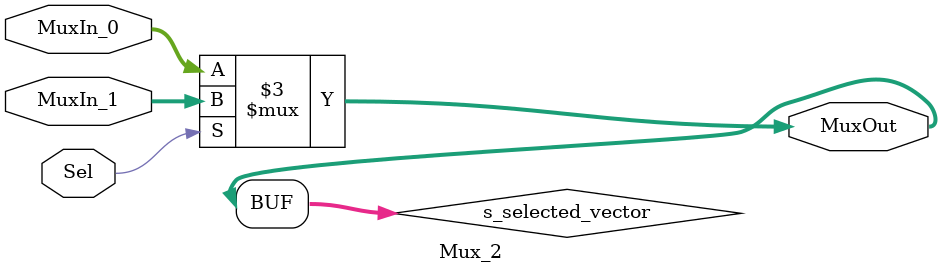
<source format=v>
/******************************************************************************
 ** Logisim goes FPGA automatic generated Verilog code                       **
 **                                                                          **
 ** Component : Multiplexer_bus_2                                            **
 **                                                                          **
 ******************************************************************************/

`timescale 1ns/1ps
module Mux_2(
              MuxIn_0,
              MuxIn_1,
              Sel,
              MuxOut);

   /***************************************************************************
    ** Here all module parameters are defined with a dummy value             **
    ***************************************************************************/
   parameter NrOfBits = 32;


   /***************************************************************************
    ** Here the inputs are defined                                           **
    ***************************************************************************/
   input[NrOfBits-1:0]  MuxIn_0;
   input[NrOfBits-1:0]  MuxIn_1;
   input  Sel;

   /***************************************************************************
    ** Here the outputs are defined                                          **
    ***************************************************************************/
   output[NrOfBits-1:0] MuxOut;

   /***************************************************************************
    ** Here the internal registers are defined                               **
    ***************************************************************************/
   reg[NrOfBits-1:0] s_selected_vector;

   assign MuxOut = s_selected_vector;

   always @(*)
   begin
      case (Sel)
         1'b0:
            s_selected_vector <= MuxIn_0;
         default:
            s_selected_vector <= MuxIn_1;
      endcase
   end

endmodule

</source>
